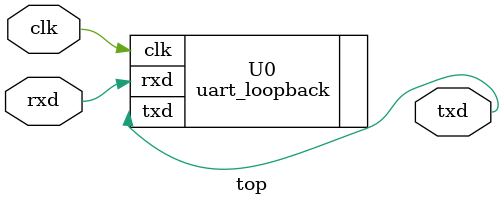
<source format=v>
module top(
    input rxd,
    output txd,
    input clk
    );
    uart_loopback U0(.txd(txd), .rxd(rxd), .clk(clk));
endmodule

</source>
